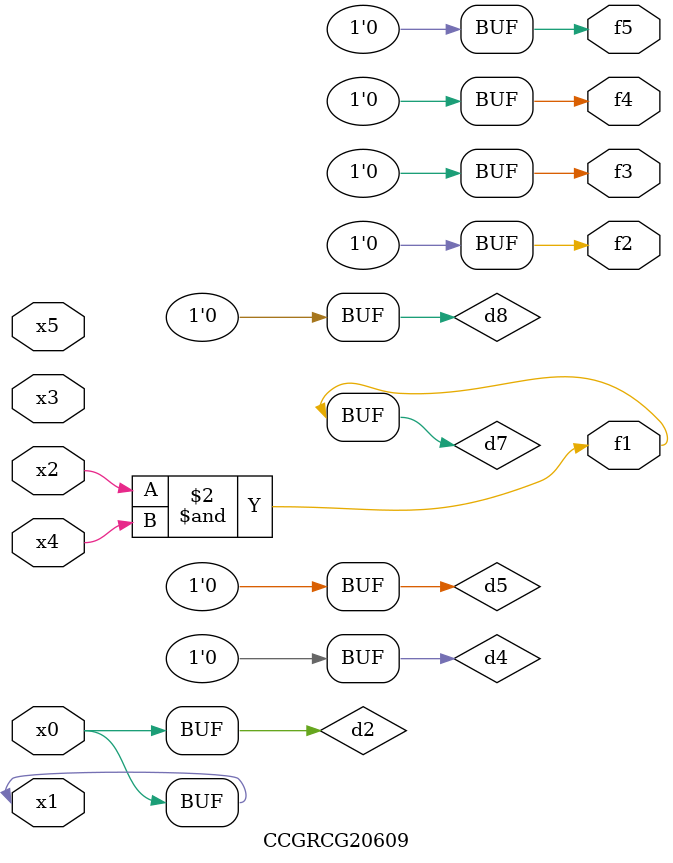
<source format=v>
module CCGRCG20609(
	input x0, x1, x2, x3, x4, x5,
	output f1, f2, f3, f4, f5
);

	wire d1, d2, d3, d4, d5, d6, d7, d8, d9;

	nand (d1, x1);
	buf (d2, x0, x1);
	nand (d3, x2, x4);
	and (d4, d1, d2);
	and (d5, d1, d2);
	nand (d6, d1, d3);
	not (d7, d3);
	xor (d8, d5);
	nor (d9, d5, d6);
	assign f1 = d7;
	assign f2 = d8;
	assign f3 = d8;
	assign f4 = d8;
	assign f5 = d8;
endmodule

</source>
